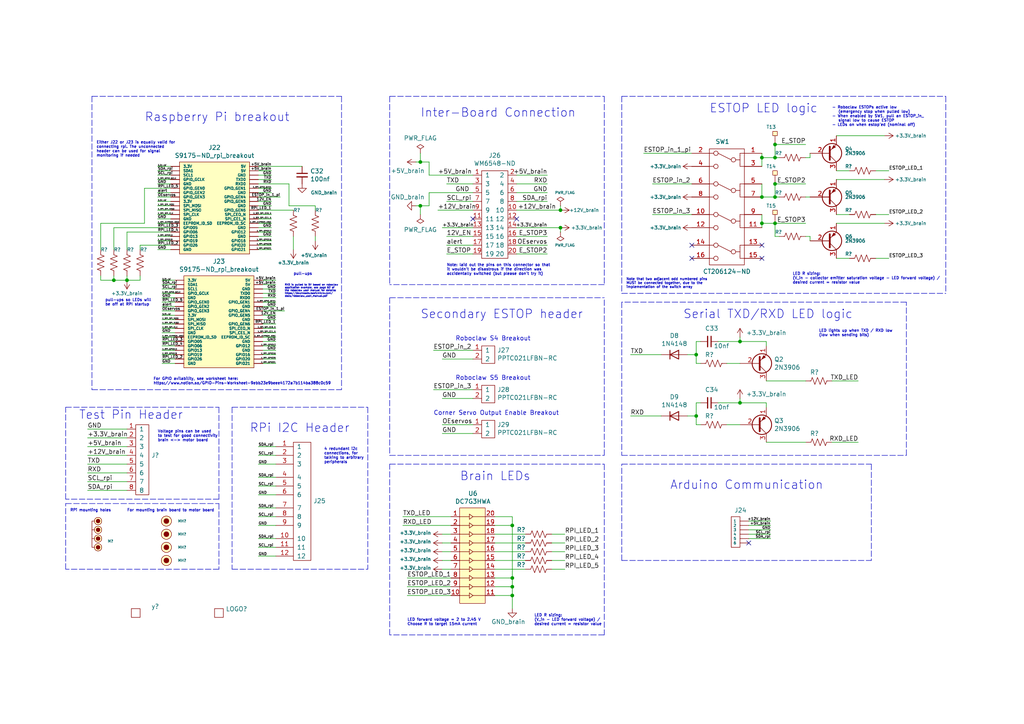
<source format=kicad_sch>
(kicad_sch (version 20211123) (generator eeschema)
  (paper "A4")
  (junction (at 36.83 81.28))
  (junction (at 214.63 99.06))
  (junction (at 121.92 59.69))
  (junction (at 224.79 64.77))
  (junction (at 121.92 46.99))
  (junction (at 220.98 64.77))
  (junction (at 162.56 66.04))
  (junction (at 224.79 53.34))
  (junction (at 220.98 57.15))
  (junction (at 214.63 116.84))
  (junction (at 201.93 102.87))
  (junction (at 148.59 167.64))
  (junction (at 224.79 57.15))
  (junction (at 220.98 45.72))
  (junction (at 201.93 120.65))
  (junction (at 148.59 170.18))
  (junction (at 148.59 152.4))
  (junction (at 224.79 41.91))
  (junction (at 33.02 81.28))
  (junction (at 148.59 172.72))
  (junction (at 224.79 45.72))
  (junction (at 162.56 60.96))
  (no_connect (at 149.86 63.5))
  (no_connect (at 220.98 74.93))
  (no_connect (at 200.66 74.93))
  (no_connect (at 217.17 157.48))
  (no_connect (at 220.98 71.12))
  (no_connect (at 200.66 71.12))
  (no_connect (at 137.16 63.5))
  (polyline (pts (xy 63.5 144.78) (xy 19.05 144.78)))
  (wire (pts (xy 45.72 48.26) (xy 49.53 48.26)))
  (wire (pts (xy 36.83 81.28) (xy 40.64 81.28)))
  (wire (pts (xy 80.01 140.97) (xy 74.93 140.97)))
  (wire (pts (xy 29.21 80.01) (xy 29.21 81.28)))
  (wire (pts (xy 254 74.93) (xy 257.81 74.93)))
  (wire (pts (xy 80.01 152.4) (xy 74.93 152.4)))
  (wire (pts (xy 124.46 46.99) (xy 124.46 50.8)))
  (polyline (pts (xy 63.5 146.05) (xy 63.5 165.1)))
  (polyline (pts (xy 113.03 184.15) (xy 113.03 134.62)))
  (wire (pts (xy 49.53 53.34) (xy 45.72 53.34)))
  (polyline (pts (xy 180.34 162.56) (xy 180.34 134.62)))
  (wire (pts (xy 33.02 80.01) (xy 33.02 81.28)))
  (wire (pts (xy 74.93 63.5) (xy 78.74 63.5)))
  (wire (pts (xy 191.77 120.65) (xy 182.88 120.65)))
  (wire (pts (xy 186.69 44.45) (xy 200.66 44.45)))
  (polyline (pts (xy 19.05 165.1) (xy 19.05 146.05)))
  (wire (pts (xy 74.93 69.85) (xy 78.74 69.85)))
  (wire (pts (xy 208.28 99.06) (xy 214.63 99.06)))
  (wire (pts (xy 80.01 147.32) (xy 74.93 147.32)))
  (wire (pts (xy 74.93 64.77) (xy 78.74 64.77)))
  (wire (pts (xy 210.82 123.19) (xy 214.63 123.19)))
  (wire (pts (xy 128.27 115.57) (xy 137.16 115.57)))
  (wire (pts (xy 40.64 71.12) (xy 49.53 71.12)))
  (wire (pts (xy 199.39 102.87) (xy 201.93 102.87)))
  (wire (pts (xy 201.93 102.87) (xy 201.93 105.41)))
  (wire (pts (xy 80.01 132.08) (xy 74.93 132.08)))
  (wire (pts (xy 46.99 93.98) (xy 50.8 93.98)))
  (polyline (pts (xy 113.03 134.62) (xy 175.26 134.62)))
  (wire (pts (xy 46.99 104.14) (xy 50.8 104.14)))
  (wire (pts (xy 149.86 55.88) (xy 158.75 55.88)))
  (wire (pts (xy 160.02 160.02) (xy 163.83 160.02)))
  (wire (pts (xy 45.72 68.58) (xy 49.53 68.58)))
  (wire (pts (xy 143.51 157.48) (xy 152.4 157.48)))
  (wire (pts (xy 222.25 99.06) (xy 222.25 100.33)))
  (wire (pts (xy 91.44 69.85) (xy 91.44 68.58)))
  (wire (pts (xy 124.46 59.69) (xy 121.92 59.69)))
  (polyline (pts (xy 180.34 27.94) (xy 180.34 85.09)))
  (polyline (pts (xy 274.32 27.94) (xy 274.32 85.09)))
  (wire (pts (xy 49.53 63.5) (xy 45.72 63.5)))
  (wire (pts (xy 254 49.53) (xy 257.81 49.53)))
  (wire (pts (xy 149.86 53.34) (xy 158.75 53.34)))
  (wire (pts (xy 25.4 134.62) (xy 36.83 134.62)))
  (polyline (pts (xy 99.06 27.94) (xy 99.06 113.03)))
  (wire (pts (xy 25.4 124.46) (xy 36.83 124.46)))
  (wire (pts (xy 149.86 71.12) (xy 158.75 71.12)))
  (wire (pts (xy 143.51 167.64) (xy 148.59 167.64)))
  (wire (pts (xy 128.27 123.19) (xy 137.16 123.19)))
  (wire (pts (xy 33.02 66.04) (xy 33.02 72.39)))
  (wire (pts (xy 40.64 81.28) (xy 40.64 80.01)))
  (wire (pts (xy 80.01 99.06) (xy 76.2 99.06)))
  (wire (pts (xy 200.66 53.34) (xy 189.23 53.34)))
  (wire (pts (xy 233.68 57.15) (xy 234.95 57.15)))
  (wire (pts (xy 242.57 64.77) (xy 256.54 64.77)))
  (wire (pts (xy 116.84 149.86) (xy 130.81 149.86)))
  (wire (pts (xy 149.86 73.66) (xy 158.75 73.66)))
  (wire (pts (xy 143.51 172.72) (xy 148.59 172.72)))
  (wire (pts (xy 74.93 67.31) (xy 78.74 67.31)))
  (wire (pts (xy 76.2 104.14) (xy 80.01 104.14)))
  (wire (pts (xy 220.98 57.15) (xy 224.79 57.15)))
  (wire (pts (xy 74.93 71.12) (xy 78.74 71.12)))
  (polyline (pts (xy 106.68 118.11) (xy 106.68 165.1)))
  (wire (pts (xy 128.27 162.56) (xy 130.81 162.56)))
  (wire (pts (xy 80.01 81.28) (xy 76.2 81.28)))
  (wire (pts (xy 49.53 50.8) (xy 45.72 50.8)))
  (wire (pts (xy 41.91 54.61) (xy 49.53 54.61)))
  (wire (pts (xy 76.2 90.17) (xy 82.55 90.17)))
  (wire (pts (xy 128.27 154.94) (xy 130.81 154.94)))
  (wire (pts (xy 224.79 53.34) (xy 233.68 53.34)))
  (wire (pts (xy 121.92 59.69) (xy 121.92 62.23)))
  (wire (pts (xy 224.79 68.58) (xy 226.06 68.58)))
  (wire (pts (xy 224.79 64.77) (xy 233.68 64.77)))
  (wire (pts (xy 124.46 46.99) (xy 121.92 46.99)))
  (polyline (pts (xy 175.26 82.55) (xy 113.03 82.55)))
  (wire (pts (xy 234.95 45.72) (xy 234.95 44.45)))
  (wire (pts (xy 80.01 158.75) (xy 74.93 158.75)))
  (wire (pts (xy 224.79 45.72) (xy 226.06 45.72)))
  (wire (pts (xy 149.86 50.8) (xy 158.75 50.8)))
  (wire (pts (xy 222.25 128.27) (xy 233.68 128.27)))
  (wire (pts (xy 25.4 137.16) (xy 36.83 137.16)))
  (wire (pts (xy 83.82 59.69) (xy 91.44 59.69)))
  (wire (pts (xy 130.81 172.72) (xy 118.11 172.72)))
  (wire (pts (xy 46.99 97.79) (xy 50.8 97.79)))
  (wire (pts (xy 74.93 53.34) (xy 83.82 53.34)))
  (wire (pts (xy 74.93 48.26) (xy 87.63 48.26)))
  (wire (pts (xy 148.59 149.86) (xy 148.59 152.4)))
  (wire (pts (xy 121.92 59.69) (xy 120.65 59.69)))
  (wire (pts (xy 46.99 100.33) (xy 50.8 100.33)))
  (wire (pts (xy 217.17 154.94) (xy 223.52 154.94)))
  (wire (pts (xy 46.99 95.25) (xy 50.8 95.25)))
  (wire (pts (xy 76.2 105.41) (xy 80.01 105.41)))
  (polyline (pts (xy 113.03 27.94) (xy 113.03 82.55)))
  (wire (pts (xy 29.21 64.77) (xy 29.21 72.39)))
  (wire (pts (xy 46.99 101.6) (xy 50.8 101.6)))
  (wire (pts (xy 201.93 120.65) (xy 201.93 116.84)))
  (wire (pts (xy 74.93 60.96) (xy 85.09 60.96)))
  (wire (pts (xy 220.98 45.72) (xy 220.98 44.45)))
  (wire (pts (xy 128.27 66.04) (xy 137.16 66.04)))
  (wire (pts (xy 76.2 96.52) (xy 80.01 96.52)))
  (wire (pts (xy 149.86 58.42) (xy 158.75 58.42)))
  (wire (pts (xy 50.8 86.36) (xy 46.99 86.36)))
  (wire (pts (xy 241.3 128.27) (xy 248.92 128.27)))
  (wire (pts (xy 149.86 60.96) (xy 162.56 60.96)))
  (wire (pts (xy 74.93 62.23) (xy 78.74 62.23)))
  (wire (pts (xy 80.01 101.6) (xy 76.2 101.6)))
  (wire (pts (xy 80.01 129.54) (xy 74.93 129.54)))
  (polyline (pts (xy 67.31 118.11) (xy 67.31 165.1)))
  (wire (pts (xy 130.81 152.4) (xy 116.84 152.4)))
  (wire (pts (xy 143.51 152.4) (xy 148.59 152.4)))
  (polyline (pts (xy 67.31 118.11) (xy 106.68 118.11)))
  (wire (pts (xy 148.59 170.18) (xy 148.59 172.72)))
  (wire (pts (xy 80.01 83.82) (xy 76.2 83.82)))
  (wire (pts (xy 217.17 152.4) (xy 223.52 152.4)))
  (wire (pts (xy 143.51 165.1) (xy 152.4 165.1)))
  (wire (pts (xy 41.91 64.77) (xy 29.21 64.77)))
  (wire (pts (xy 80.01 156.21) (xy 74.93 156.21)))
  (wire (pts (xy 78.74 49.53) (xy 74.93 49.53)))
  (wire (pts (xy 76.2 87.63) (xy 80.01 87.63)))
  (polyline (pts (xy 19.05 144.78) (xy 19.05 118.11)))
  (wire (pts (xy 143.51 154.94) (xy 152.4 154.94)))
  (wire (pts (xy 148.59 172.72) (xy 148.59 176.53)))
  (wire (pts (xy 224.79 41.91) (xy 224.79 45.72)))
  (wire (pts (xy 49.53 59.69) (xy 45.72 59.69)))
  (polyline (pts (xy 180.34 134.62) (xy 252.73 134.62)))
  (wire (pts (xy 74.93 57.15) (xy 81.28 57.15)))
  (polyline (pts (xy 262.89 87.63) (xy 180.34 87.63)))
  (wire (pts (xy 128.27 125.73) (xy 137.16 125.73)))
  (wire (pts (xy 242.57 74.93) (xy 246.38 74.93)))
  (wire (pts (xy 224.79 64.77) (xy 224.79 68.58)))
  (wire (pts (xy 46.99 99.06) (xy 50.8 99.06)))
  (wire (pts (xy 222.25 110.49) (xy 233.68 110.49)))
  (wire (pts (xy 80.01 149.86) (xy 74.93 149.86)))
  (wire (pts (xy 74.93 72.39) (xy 78.74 72.39)))
  (wire (pts (xy 214.63 116.84) (xy 214.63 115.57)))
  (polyline (pts (xy 180.34 85.09) (xy 274.32 85.09)))
  (wire (pts (xy 25.4 129.54) (xy 36.83 129.54)))
  (wire (pts (xy 220.98 64.77) (xy 224.79 64.77)))
  (polyline (pts (xy 175.26 184.15) (xy 113.03 184.15)))
  (wire (pts (xy 91.44 59.69) (xy 91.44 60.96)))
  (wire (pts (xy 143.51 170.18) (xy 148.59 170.18)))
  (wire (pts (xy 36.83 67.31) (xy 49.53 67.31)))
  (wire (pts (xy 76.2 93.98) (xy 80.01 93.98)))
  (wire (pts (xy 46.99 91.44) (xy 50.8 91.44)))
  (wire (pts (xy 224.79 57.15) (xy 226.06 57.15)))
  (wire (pts (xy 224.79 53.34) (xy 224.79 57.15)))
  (wire (pts (xy 45.72 58.42) (xy 49.53 58.42)))
  (wire (pts (xy 85.09 68.58) (xy 85.09 72.39)))
  (wire (pts (xy 200.66 62.23) (xy 189.23 62.23)))
  (wire (pts (xy 149.86 68.58) (xy 158.75 68.58)))
  (wire (pts (xy 49.53 60.96) (xy 45.72 60.96)))
  (polyline (pts (xy 113.03 132.08) (xy 175.26 132.08)))
  (wire (pts (xy 127 60.96) (xy 137.16 60.96)))
  (wire (pts (xy 45.72 69.85) (xy 49.53 69.85)))
  (wire (pts (xy 40.64 71.12) (xy 40.64 72.39)))
  (wire (pts (xy 50.8 85.09) (xy 46.99 85.09)))
  (wire (pts (xy 220.98 53.34) (xy 220.98 57.15)))
  (wire (pts (xy 25.4 132.08) (xy 36.83 132.08)))
  (wire (pts (xy 130.81 167.64) (xy 118.11 167.64)))
  (wire (pts (xy 199.39 120.65) (xy 201.93 120.65)))
  (polyline (pts (xy 175.26 27.94) (xy 175.26 82.55)))
  (polyline (pts (xy 63.5 165.1) (xy 19.05 165.1)))
  (wire (pts (xy 201.93 116.84) (xy 203.2 116.84)))
  (wire (pts (xy 160.02 154.94) (xy 163.83 154.94)))
  (wire (pts (xy 242.57 39.37) (xy 256.54 39.37)))
  (wire (pts (xy 33.02 66.04) (xy 49.53 66.04)))
  (polyline (pts (xy 19.05 146.05) (xy 63.5 146.05)))
  (wire (pts (xy 162.56 59.69) (xy 162.56 60.96)))
  (wire (pts (xy 76.2 102.87) (xy 80.01 102.87)))
  (wire (pts (xy 25.4 127) (xy 36.83 127)))
  (wire (pts (xy 160.02 162.56) (xy 163.83 162.56)))
  (wire (pts (xy 46.99 92.71) (xy 50.8 92.71)))
  (wire (pts (xy 49.53 52.07) (xy 45.72 52.07)))
  (wire (pts (xy 191.77 102.87) (xy 182.88 102.87)))
  (polyline (pts (xy 113.03 86.36) (xy 175.26 86.36)))
  (polyline (pts (xy 26.67 113.03) (xy 99.06 113.03)))
  (wire (pts (xy 241.3 110.49) (xy 248.92 110.49)))
  (wire (pts (xy 137.16 71.12) (xy 129.54 71.12)))
  (polyline (pts (xy 26.67 27.94) (xy 99.06 27.94)))
  (wire (pts (xy 78.74 55.88) (xy 74.93 55.88)))
  (wire (pts (xy 201.93 105.41) (xy 203.2 105.41)))
  (polyline (pts (xy 180.34 162.56) (xy 252.73 162.56)))
  (wire (pts (xy 148.59 167.64) (xy 148.59 170.18)))
  (wire (pts (xy 80.01 82.55) (xy 76.2 82.55)))
  (wire (pts (xy 49.53 72.39) (xy 45.72 72.39)))
  (wire (pts (xy 217.17 151.13) (xy 223.52 151.13)))
  (wire (pts (xy 214.63 116.84) (xy 222.25 116.84)))
  (wire (pts (xy 130.81 170.18) (xy 118.11 170.18)))
  (wire (pts (xy 80.01 138.43) (xy 74.93 138.43)))
  (wire (pts (xy 78.74 68.58) (xy 74.93 68.58)))
  (wire (pts (xy 83.82 53.34) (xy 83.82 59.69)))
  (wire (pts (xy 45.72 64.77) (xy 49.53 64.77)))
  (wire (pts (xy 125.73 101.6) (xy 137.16 101.6)))
  (wire (pts (xy 242.57 52.07) (xy 256.54 52.07)))
  (wire (pts (xy 80.01 88.9) (xy 76.2 88.9)))
  (wire (pts (xy 149.86 66.04) (xy 162.56 66.04)))
  (wire (pts (xy 46.99 87.63) (xy 50.8 87.63)))
  (wire (pts (xy 41.91 54.61) (xy 41.91 64.77)))
  (wire (pts (xy 201.93 120.65) (xy 201.93 123.19)))
  (wire (pts (xy 214.63 99.06) (xy 222.25 99.06)))
  (wire (pts (xy 78.74 50.8) (xy 74.93 50.8)))
  (wire (pts (xy 143.51 149.86) (xy 148.59 149.86)))
  (wire (pts (xy 50.8 96.52) (xy 46.99 96.52)))
  (wire (pts (xy 74.93 58.42) (xy 78.74 58.42)))
  (wire (pts (xy 50.8 82.55) (xy 46.99 82.55)))
  (wire (pts (xy 78.74 52.07) (xy 74.93 52.07)))
  (wire (pts (xy 129.54 53.34) (xy 137.16 53.34)))
  (wire (pts (xy 45.72 62.23) (xy 49.53 62.23)))
  (wire (pts (xy 129.54 73.66) (xy 137.16 73.66)))
  (wire (pts (xy 128.27 104.14) (xy 137.16 104.14)))
  (wire (pts (xy 137.16 58.42) (xy 129.54 58.42)))
  (polyline (pts (xy 180.34 132.08) (xy 262.89 132.08)))
  (wire (pts (xy 46.99 102.87) (xy 50.8 102.87)))
  (wire (pts (xy 201.93 102.87) (xy 201.93 99.06)))
  (wire (pts (xy 242.57 62.23) (xy 246.38 62.23)))
  (wire (pts (xy 80.01 134.62) (xy 74.93 134.62)))
  (wire (pts (xy 233.68 68.58) (xy 234.95 68.58)))
  (wire (pts (xy 137.16 68.58) (xy 129.54 68.58)))
  (wire (pts (xy 121.92 46.99) (xy 120.65 46.99)))
  (wire (pts (xy 201.93 123.19) (xy 203.2 123.19)))
  (wire (pts (xy 76.2 91.44) (xy 80.01 91.44)))
  (wire (pts (xy 74.93 54.61) (xy 78.74 54.61)))
  (wire (pts (xy 128.27 157.48) (xy 130.81 157.48)))
  (wire (pts (xy 208.28 116.84) (xy 214.63 116.84)))
  (polyline (pts (xy 113.03 86.36) (xy 113.03 132.08)))
  (polyline (pts (xy 175.26 132.08) (xy 175.26 86.36)))
  (wire (pts (xy 124.46 55.88) (xy 124.46 59.69)))
  (wire (pts (xy 49.53 57.15) (xy 45.72 57.15)))
  (wire (pts (xy 50.8 83.82) (xy 46.99 83.82)))
  (wire (pts (xy 220.98 62.23) (xy 220.98 64.77)))
  (wire (pts (xy 224.79 41.91) (xy 233.68 41.91)))
  (wire (pts (xy 222.25 116.84) (xy 222.25 118.11)))
  (wire (pts (xy 36.83 80.01) (xy 36.83 81.28)))
  (wire (pts (xy 217.17 156.21) (xy 223.52 156.21)))
  (wire (pts (xy 160.02 157.48) (xy 163.83 157.48)))
  (polyline (pts (xy 26.67 27.94) (xy 26.67 113.03)))
  (wire (pts (xy 217.17 153.67) (xy 223.52 153.67)))
  (polyline (pts (xy 67.31 165.1) (xy 106.68 165.1)))
  (wire (pts (xy 201.93 99.06) (xy 203.2 99.06)))
  (wire (pts (xy 234.95 68.58) (xy 234.95 69.85)))
  (wire (pts (xy 25.4 142.24) (xy 36.83 142.24)))
  (wire (pts (xy 210.82 105.41) (xy 214.63 105.41)))
  (wire (pts (xy 160.02 165.1) (xy 163.83 165.1)))
  (wire (pts (xy 124.46 50.8) (xy 137.16 50.8)))
  (polyline (pts (xy 180.34 87.63) (xy 180.34 132.08)))
  (wire (pts (xy 254 62.23) (xy 257.81 62.23)))
  (polyline (pts (xy 262.89 132.08) (xy 262.89 87.63)))
  (wire (pts (xy 242.57 49.53) (xy 246.38 49.53)))
  (polyline (pts (xy 63.5 118.11) (xy 63.5 144.78)))
  (wire (pts (xy 80.01 86.36) (xy 76.2 86.36)))
  (wire (pts (xy 78.74 59.69) (xy 74.93 59.69)))
  (wire (pts (xy 220.98 48.26) (xy 220.98 45.72)))
  (wire (pts (xy 29.21 81.28) (xy 33.02 81.28)))
  (wire (pts (xy 49.53 49.53) (xy 45.72 49.53)))
  (wire (pts (xy 220.98 45.72) (xy 224.79 45.72)))
  (wire (pts (xy 78.74 66.04) (xy 74.93 66.04)))
  (wire (pts (xy 143.51 162.56) (xy 152.4 162.56)))
  (polyline (pts (xy 113.03 27.94) (xy 175.26 27.94)))
  (wire (pts (xy 125.73 113.03) (xy 137.16 113.03)))
  (wire (pts (xy 50.8 105.41) (xy 46.99 105.41)))
  (polyline (pts (xy 175.26 134.62) (xy 175.26 184.15)))
  (wire (pts (xy 128.27 160.02) (xy 130.81 160.02)))
  (wire (pts (xy 76.2 95.25) (xy 80.01 95.25)))
  (wire (pts (xy 220.98 64.77) (xy 220.98 66.04)))
  (wire (pts (xy 162.56 66.04) (xy 162.56 67.31)))
  (wire (pts (xy 143.51 160.02) (xy 152.4 160.02)))
  (wire (pts (xy 214.63 99.06) (xy 214.63 97.79)))
  (wire (pts (xy 46.99 88.9) (xy 50.8 88.9)))
  (wire (pts (xy 80.01 85.09) (xy 76.2 85.09)))
  (wire (pts (xy 76.2 97.79) (xy 80.01 97.79)))
  (wire (pts (xy 80.01 161.29) (xy 74.93 161.29)))
  (polyline (pts (xy 19.05 118.11) (xy 63.5 118.11)))
  (wire (pts (xy 128.27 165.1) (xy 130.81 165.1)))
  (wire (pts (xy 121.92 46.99) (xy 121.92 44.45)))
  (polyline (pts (xy 180.34 27.94) (xy 274.32 27.94)))
  (wire (pts (xy 46.99 90.17) (xy 50.8 90.17)))
  (wire (pts (xy 76.2 100.33) (xy 80.01 100.33)))
  (wire (pts (xy 148.59 152.4) (xy 148.59 167.64)))
  (wire (pts (xy 80.01 143.51) (xy 74.93 143.51)))
  (wire (pts (xy 124.46 55.88) (xy 137.16 55.88)))
  (wire (pts (xy 33.02 81.28) (xy 36.83 81.28)))
  (polyline (pts (xy 252.73 134.62) (xy 252.73 162.56)))
  (wire (pts (xy 25.4 139.7) (xy 36.83 139.7)))
  (wire (pts (xy 36.83 67.31) (xy 36.83 72.39)))
  (wire (pts (xy 80.01 92.71) (xy 76.2 92.71)))
  (wire (pts (xy 46.99 81.28) (xy 50.8 81.28)))
  (wire (pts (xy 49.53 55.88) (xy 45.72 55.88)))
  (wire (pts (xy 233.68 45.72) (xy 234.95 45.72)))
  (text "LED R sizing: \n(V_in - LED forward voltage) / \ndesired current = resistor value" (at 154.94 181.61 0) (effects (font (size 0.7874 0.7874)) (justify left bottom)))
  (text "RPi I2C Header" (at 72.39 125.73 0) (effects (font (size 2.4892 2.4892)) (justify left bottom)))
  (text "4 redundant i2c \nconnections, for \ntalking to arbitrary \nperipherals" (at 93.98 134.62 0) (effects (font (size 0.7874 0.7874)) (justify left bottom)))
  (text "For GPIO avilability, see worksheet here: \nhttps://www.notion.so/GPIO-Pins-Worksheet-9ebb23e9beee4172a7b114ba388c0c59" (at 44.45 111.76 0) (effects (font (size 0.7874 0.7874)) (justify left bottom)))
  (text "RXD is pulled to 5V based on roboclaw \napplication example, see page 62 of \nthe roboclaw user manual for details: \nhttps://downloads.basicmicro.com/\ndocs/roboclaw_user_manual.pdf " (at 82.55 86.36 0) (effects (font (size 0.508 0.508)) (justify left bottom)))
  (text "Voltage pins can be used \nto test for good connectivity \nbrain <-> motor board" (at 45.72 128.27 0) (effects (font (size 0.7874 0.7874)) (justify left bottom)))
  (text "Test Pin Header" (at 22.86 121.92 0) (effects (font (size 2.4892 2.4892)) (justify left bottom)))
  (text "Brain LEDs" (at 133.35 139.7 0) (effects (font (size 2.4892 2.4892)) (justify left bottom)))
  (text "Roboclaw S5 Breakout" (at 132.08 110.49 0) (effects (font (size 1.27 1.27)) (justify left bottom)))
  (text "LED forward voltage = 2 to 2.45 V\nChoose R to target 15mA current" (at 118.11 181.61 0) (effects (font (size 0.7874 0.7874)) (justify left bottom)))
  (text "\n" (at 58.42 165.1 0) (effects (font (size 1.27 1.27)) (justify left bottom)))
  (text "- Roboclaw ESTOPs active low \n   (emergency stop when pulled low)\n- When enabled by SW1, pull an ESTOP_in_ \n   signal low to cause ESTOP\n- LEDs on when estop’ed (nominal off)" (at 241.3 36.83 0) (effects (font (size 0.7874 0.7874)) (justify left bottom)))
  (text "Corner Servo Output Enable Breakout" (at 125.73 120.65 0) (effects (font (size 1.27 1.27)) (justify left bottom)))
  (text "pull-ups" (at 85.09 80.01 0) (effects (font (size 0.7874 0.7874)) (justify left bottom)))
  (text "ESTOP LED logic" (at 205.74 33.02 0) (effects (font (size 2.4892 2.4892)) (justify left bottom)))
  (text "Note that two adjacent odd numbered pins \nMUST be connected together, due to the \nimplementation of the switch array" (at 181.61 83.82 0) (effects (font (size 0.7112 0.7112)) (justify left bottom)))
  (text "Arduino Communication" (at 194.31 142.24 0) (effects (font (size 2.4892 2.4892)) (justify left bottom)))
  (text "Inter-Board Connection" (at 121.92 34.29 0) (effects (font (size 2.4892 2.4892)) (justify left bottom)))
  (text "Roboclaw S4 Breakout" (at 132.08 99.06 0) (effects (font (size 1.27 1.27)) (justify left bottom)))
  (text "Serial TXD/RXD LED logic" (at 198.12 92.71 0) (effects (font (size 2.4892 2.4892)) (justify left bottom)))
  (text "Secondary ESTOP header" (at 121.92 92.71 0) (effects (font (size 2.4892 2.4892)) (justify left bottom)))
  (text "LED R sizing: \n(V_in - collector emitter saturation voltage - LED forward voltage) / \ndesired current = resistor value" (at 229.87 82.55 0) (effects (font (size 0.7874 0.7874)) (justify left bottom)))
  (text "Raspberry Pi breakout" (at 41.91 35.56 0) (effects (font (size 2.4892 2.4892)) (justify left bottom)))
  (text "pull-ups so LEDs will \nbe off at RPI startup" (at 30.48 88.9 0) (effects (font (size 0.7874 0.7874)) (justify left bottom)))
  (text "Either J22 or J23 is equally valid for \nconnecting rpi. The unconnected \nheader can be used for signal \nmonitoring if needed" (at 27.94 45.72 0) (effects (font (size 0.7874 0.7874)) (justify left bottom)))
  (text "For mounting brain board to motor board" (at 36.83 148.59 0) (effects (font (size 0.7874 0.7874)) (justify left bottom)))
  (text "RPi mounting holes" (at 20.32 148.59 0) (effects (font (size 0.7874 0.7874)) (justify left bottom)))
  (text "Note: laid out the pins on this connector so that \nit wouldn’t be disastrous if the direction was \naccidentally switched (but please don’t try it)" (at 129.54 80.01 0) (effects (font (size 0.7874 0.7874)) (justify left bottom)))
  (text "LED lights up when TXD / RXD low \n(low when sending bits)" (at 237.49 97.79 0) (effects (font (size 0.7874 0.7874)) (justify left bottom)))
  (label "RXD" (at 78.74 53.34 180) (effects (font (size 0.762 0.762))))
  (label "RPI_LED_5" (at 46.99 87.63 0) (effects (font (size 0.762 0.762))))
  (label "SCL_rpi" (at 74.93 140.97 0) (effects (font (size 0.762 0.762))))
  (label "+5V_brain" (at 78.74 48.26 180) (effects (font (size 0.762 0.762))))
  (label "GND" (at 78.74 59.69 180) (effects (font (size 0.762 0.762))))
  (label "RXD" (at 182.88 120.65 0))
  (label "X_RPI_EEPROM_IDSC" (at 78.74 64.77 180) (effects (font (size 0.4064 0.4064))))
  (label "X_RPI_GPIO_GCLK" (at 45.72 52.07 0) (effects (font (size 0.4064 0.4064))))
  (label "TXD" (at 25.4 134.62 0))
  (label "GND" (at 25.4 124.46 0))
  (label "SCL_rpi" (at 46.99 83.82 0) (effects (font (size 0.762 0.762))))
  (label "ESTOP_in_3" (at 189.23 62.23 0))
  (label "TXD" (at 182.88 102.87 0))
  (label "GND" (at 46.99 86.36 0) (effects (font (size 0.762 0.762))))
  (label "RPI_LED_1" (at 163.83 154.94 0))
  (label "RPI_LED_4" (at 163.83 162.56 0))
  (label "ESTOP_LED_1" (at 118.11 167.64 0))
  (label "alert" (at 129.54 71.12 0))
  (label "12V_EN" (at 80.01 91.44 180) (effects (font (size 0.762 0.762))))
  (label "RPI_LED_5" (at 45.72 54.61 0) (effects (font (size 0.762 0.762))))
  (label "GND" (at 78.74 66.04 180) (effects (font (size 0.762 0.762))))
  (label "+3.3V_brain" (at 158.75 66.04 180) (effects (font (size 0.9906 0.9906))))
  (label "ESTOP_in_2" (at 189.23 53.34 0))
  (label "GND" (at 128.27 125.73 0))
  (label "RPI_LED_2" (at 45.72 71.12 0) (effects (font (size 0.762 0.762))))
  (label "SDA_rpi" (at 74.93 129.54 0) (effects (font (size 0.762 0.762))))
  (label "3.3V_rpi" (at 45.72 58.42 0) (effects (font (size 0.4064 0.4064))))
  (label "X_RPI_SPI_CE0_N" (at 80.01 95.25 180) (effects (font (size 0.4064 0.4064))))
  (label "GND" (at 45.72 63.5 0) (effects (font (size 0.762 0.762))))
  (label "ESTOP_in_1_pi" (at 81.28 57.15 180) (effects (font (size 0.762 0.762))))
  (label "X_RPI_EEPROM_IDSD" (at 45.72 64.77 0) (effects (font (size 0.4064 0.4064))))
  (label "X_RPI_GPIO16" (at 80.01 102.87 180) (effects (font (size 0.4064 0.4064))))
  (label "+12V_brain" (at 223.52 151.13 180) (effects (font (size 0.762 0.762))))
  (label "GND" (at 74.93 161.29 0) (effects (font (size 0.762 0.762))))
  (label "TXD" (at 129.54 53.34 0))
  (label "TXD" (at 80.01 85.09 180) (effects (font (size 0.762 0.762))))
  (label "X_RPI_GPIO20" (at 78.74 71.12 180) (effects (font (size 0.4064 0.4064))))
  (label "X_RPI_GPIO21" (at 80.01 105.41 180) (effects (font (size 0.4064 0.4064))))
  (label "GND" (at 46.99 96.52 0) (effects (font (size 0.762 0.762))))
  (label "OEservos" (at 45.72 57.15 0) (effects (font (size 0.762 0.762))))
  (label "X_RPI_GPIO19" (at 45.72 69.85 0) (effects (font (size 0.4064 0.4064))))
  (label "GND" (at 80.01 92.71 180) (effects (font (size 0.762 0.762))))
  (label "GND" (at 128.27 115.57 0))
  (label "SCL_rpi" (at 223.52 154.94 180) (effects (font (size 0.762 0.762))))
  (label "GND" (at 78.74 68.58 180) (effects (font (size 0.762 0.762))))
  (label "X_RPI_SPI_CLK" (at 46.99 95.25 0) (effects (font (size 0.4064 0.4064))))
  (label "SDA_rpi" (at 74.93 138.43 0) (effects (font (size 0.762 0.762))))
  (label "X_RPI_SPI_CLK" (at 45.72 62.23 0) (effects (font (size 0.4064 0.4064))))
  (label "3.3V_rpi" (at 45.72 48.26 0) (effects (font (size 0.4064 0.4064))))
  (label "SDA_rpi" (at 74.93 156.21 0) (effects (font (size 0.762 0.762))))
  (label "X_RPI_EEPROM_IDSC" (at 80.01 97.79 180) (effects (font (size 0.4064 0.4064))))
  (label "X_RPI_GPIO_GEN1" (at 80.01 87.63 180) (effects (font (size 0.4064 0.4064))))
  (label "OEservos" (at 46.99 90.17 0) (effects (font (size 0.762 0.762))))
  (label "+12V_brain" (at 25.4 132.08 0))
  (label "E_STOP" (at 129.54 73.66 0))
  (label "X_RPI_SPI_CE1_N" (at 80.01 96.52 180) (effects (font (size 0.4064 0.4064))))
  (label "RPI_LED_3" (at 163.83 160.02 0))
  (label "SDA_rpi" (at 158.75 58.42 180))
  (label "alert" (at 46.99 88.9 0) (effects (font (size 0.762 0.762))))
  (label "E_STOP3" (at 158.75 68.58 180))
  (label "RPI_LED_1" (at 80.01 93.98 180) (effects (font (size 0.762 0.762))))
  (label "ESTOP_LED_3" (at 118.11 172.72 0))
  (label "GND" (at 132.08 55.88 0))
  (label "SCL_rpi" (at 25.4 139.7 0))
  (label "X_RPI_SPI_MISO" (at 46.99 93.98 0) (effects (font (size 0.4064 0.4064))))
  (label "ESTOP_in_3" (at 125.73 113.03 0))
  (label "RPI_LED_1" (at 78.74 60.96 180) (effects (font (size 0.762 0.762))))
  (label "RPI_LED_3" (at 46.99 99.06 0) (effects (font (size 0.762 0.762))))
  (label "ESTOP_LED_3" (at 257.81 74.93 0) (effects (font (size 0.9906 0.9906))))
  (label "RPI_LED_5" (at 163.83 165.1 0))
  (label "+3.3V_brain" (at 128.27 66.04 0) (effects (font (size 0.9906 0.9906))))
  (label "E_STOP3" (at 233.68 64.77 180))
  (label "RPI_LED_4" (at 45.72 67.31 0) (effects (font (size 0.762 0.762))))
  (label "X_RPI_SPI_CE1_N" (at 78.74 63.5 180) (effects (font (size 0.4064 0.4064))))
  (label "GND" (at 80.01 101.6 180) (effects (font (size 0.762 0.762))))
  (label "GND" (at 80.01 83.82 180) (effects (font (size 0.762 0.762))))
  (label "SCL_rpi" (at 74.93 158.75 0) (effects (font (size 0.762 0.762))))
  (label "X_RPI_GPIO_GCLK" (at 46.99 85.09 0) (effects (font (size 0.4064 0.4064))))
  (label "SDA_rpi" (at 74.93 147.32 0) (effects (font (size 0.762 0.762))))
  (label "SDA_rpi" (at 25.4 142.24 0))
  (label "SCL_rpi" (at 45.72 50.8 0) (effects (font (size 0.762 0.762))))
  (label "GND" (at 45.72 53.34 0) (effects (font (size 0.762 0.762))))
  (label "+12V_brain" (at 161.29 60.96 180))
  (label "GND" (at 78.74 55.88 180) (effects (font (size 0.762 0.762))))
  (label "X_RPI_SPI_CE0_N" (at 78.74 62.23 180) (effects (font (size 0.4064 0.4064))))
  (label "E_STOP2" (at 233.68 53.34 180))
  (label "RXD" (at 80.01 86.36 180) (effects (font (size 0.762 0.762))))
  (label "+5V_brain" (at 223.52 152.4 180) (effects (font (size 0.762 0.762))))
  (label "+5V_brain" (at 127 50.8 0))
  (label "RPI_LED_4" (at 46.99 100.33 0) (effects (font (size 0.762 0.762))))
  (label "ESTOP_in_1_pi" (at 82.55 90.17 180) (effects (font (size 0.762 0.762))))
  (label "X_RPI_GPIO16" (at 78.74 69.85 180) (effects (font (size 0.4064 0.4064))))
  (label "ESTOP_in_1_pi" (at 186.69 44.45 0))
  (label "E_STOP" (at 233.68 41.91 180))
  (label "RPI_LED_2" (at 163.83 157.48 0))
  (label "X_RPI_GPIO20" (at 80.01 104.14 180) (effects (font (size 0.4064 0.4064))))
  (label "12V_EN" (at 129.54 68.58 0))
  (label "GND" (at 74.93 134.62 0) (effects (font (size 0.762 0.762))))
  (label "GND" (at 78.74 50.8 180) (effects (font (size 0.762 0.762))))
  (label "GND" (at 80.01 88.9 180) (effects (font (size 0.762 0.762))))
  (label "RXD_LED" (at 116.84 152.4 0))
  (label "12V_EN" (at 78.74 58.42 180) (effects (font (size 0.762 0.762))))
  (label "SCL_rpi" (at 74.93 132.08 0) (effects (font (size 0.762 0.762))))
  (label "+5V_brain" (at 78.74 49.53 180) (effects (font (size 0.762 0.762))))
  (label "ESTOP_LED_1" (at 257.81 49.53 0) (effects (font (size 0.9906 0.9906))))
  (label "X_RPI_SPI_MOSI" (at 46.99 92.71 0) (effects (font (size 0.4064 0.4064))))
  (label "X_RPI_GPIO12" (at 78.74 67.31 180) (effects (font (size 0.4064 0.4064))))
  (label "TXD" (at 78.74 52.07 180) (effects (font (size 0.762 0.762))))
  (label "X_RPI_EEPROM_IDSD" (at 46.99 97.79 0) (effects (font (size 0.4064 0.4064))))
  (label "+5V_brain" (at 80.01 82.55 180) (effects (font (size 0.762 0.762))))
  (label "OEservos" (at 158.75 71.12 180))
  (label "SCL_rpi" (at 129.54 58.42 0))
  (label "X_RPI_GPIO12" (at 80.01 100.33 180) (effects (font (size 0.4064 0.4064))))
  (label "X_RPI_GPIO21" (at 78.74 72.39 180) (effects (font (size 0.4064 0.4064))))
  (label "GND" (at 128.27 104.14 0))
  (label "+3.3V_brain" (at 25.4 127 0))
  (label "X_RPI_GPIO19" (at 46.99 102.87 0) (effects (font (size 0.4064 0.4064))))
  (label "RPI_LED_2" (at 46.99 104.14 0) (effects (font (size 0.762 0.762))))
  (label "RPI_LED_3" (at 45.72 66.04 0) (effects (font (size 0.762 0.762))))
  (label "ESTOP_LED_2" (at 257.81 62.23 0) (effects (font (size 0.9906 0.9906))))
  (label "GND" (at 80.01 99.06 180) (effects (font (size 0.762 0.762))))
  (label "+5V_brain" (at 25.4 129.54 0))
  (label "X_RPI_GPIO_GEN1" (at 78.74 54.61 180) (effects (font (size 0.4064 0.4064))))
  (label "ESTOP_LED_2" (at 118.11 170.18 0))
  (label "SDA_rpi" (at 223.52 156.21 180) (effects (font (size 0.762 0.762))))
  (label "RXD" (at 25.4 137.16 0))
  (label "TXD_LED" (at 116.84 149.86 0))
  (label "GND" (at 158.75 55.88 180))
  (label "ESTOP_in_2" (at 125.73 101.6 0))
  (label "GND" (at 74.93 152.4 0) (effects (font (size 0.762 0.762))))
  (label "GND" (at 45.72 72.39 0) (effects (font (size 0.762 0.762))))
  (label "GND" (at 223.52 153.67 180) (effects (font (size 0.762 0.762))))
  (label "X_RPI_GPIO13" (at 45.72 68.58 0) (effects (font (size 0.4064 0.4064))))
  (label "TXD_LED" (at 248.92 110.49 180))
  (label "3.3V_rpi" (at 46.99 91.44 0) (effects (font (size 0.4064 0.4064))))
  (label "SCL_rpi" (at 74.93 149.86 0) (effects (font (size 0.762 0.762))))
  (label "+5V_brain" (at 158.75 50.8 180))
  (label "+12V_brain" (at 127 60.96 0))
  (label "GND" (at 74.93 143.51 0) (effects (font (size 0.762 0.762))))
  (label "X_RPI_SPI_MOSI" (at 45.72 59.69 0) (effects (font (size 0.4064 0.4064))))
  (label "OEservos" (at 128.27 123.19 0))
  (label "X_RPI_GPIO13" (at 46.99 101.6 0) (effects (font (size 0.4064 0.4064))))
  (label "GND" (at 46.99 105.41 0) (effects (font (size 0.762 0.762))))
  (label "+5V_brain" (at 80.01 81.28 180) (effects (font (size 0.762 0.762))))
  (label "3.3V_rpi" (at 46.99 81.28 0) (effects (font (size 0.4064 0.4064))))
  (label "SDA_rpi" (at 45.72 49.53 0) (effects (font (size 0.762 0.762))))
  (label "RXD_LED" (at 248.92 128.27 180))
  (label "RXD" (at 158.75 53.34 180))
  (label "alert" (at 45.72 55.88 0) (effects (font (size 0.762 0.762))))
  (label "X_RPI_SPI_MISO" (at 45.72 60.96 0) (effects (font (size 0.4064 0.4064))))
  (label "E_STOP2" (at 158.75 73.66 180))
  (label "SDA_rpi" (at 46.99 82.55 0) (effects (font (size 0.762 0.762))))
  (symbol (lib_id "JPL_Robotics_Lib:PPTC021LFBN-RC") (at 143.51 97.79 0) (unit 1)
    (property "Reference" "J27" (at 144.2212 101.5746 0) (effects (justify left)))
    (property "Value" "PPTC021LFBN-RC" (at 144.2212 103.886 0) (effects (justify left)))
    (property "Footprint" "JPL Robotics:PPTC021LFBN-RC" (effects hide))
  )
  (symbol (lib_id "JPL_Robotics_Lib:S9175-ND_rpi_breakout") (at 48.26 109.22 0) (unit 1)
    (property "Reference" "J23" (at 63.5 75.819 0))
    (property "Value" "S9175-ND_rpi_breakout" (at 63.5 78.1304 0))
    (property "Footprint" "JPL Robotics:S9175-ND" (effects hide))
  )
  (symbol (lib_id "JPL_Robotics_Lib:6posheader") (at 212.09 158.75 0) (unit 1)
    (property "Reference" "J24" (at 214.7824 148.0058 0))
    (property "Value" "6posheader" (effects hide))
    (property "Footprint" "JPL Robotics:455-1708-ND" (effects hide))
  )
  (symbol (lib_id "JPL_Robotics_Lib:S9175-ND_rpi_breakout") (at 46.99 76.2 0) (unit 1)
    (property "Reference" "J22" (at 62.23 42.799 0))
    (property "Value" "S9175-ND_rpi_breakout" (at 62.23 45.1104 0))
    (property "Footprint" "JPL Robotics:S9175-ND" (effects hide))
  )
  (symbol (lib_id "JPL_Robotics_Lib:PPTC021LFBN-RC") (at 143.51 109.22 0) (unit 1)
    (property "Reference" "J28" (at 144.2212 113.0046 0) (effects (justify left)))
    (property "Value" "PPTC021LFBN-RC" (at 144.2212 115.316 0) (effects (justify left)))
    (property "Footprint" "JPL Robotics:PPTC021LFBN-RC" (effects hide))
  )
  (symbol (lib_id "JPL_Robotics_Lib:PEC10DAAN") (at 143.51 46.99 0) (unit 1)
    (property "Reference" "J26" (at 143.51 45.085 0))
    (property "Value" "WM6548-ND" (at 143.51 47.3964 0))
    (property "Footprint" "JPL Robotics:WM6548-ND" (effects hide))
  )
  (symbol (lib_id "JPL_Robotics_Lib:PPTC021LFBN-RC") (at 143.51 119.38 0) (unit 1)
    (property "Reference" "J29" (at 144.2212 123.1646 0) (effects (justify left)))
    (property "Value" "PPTC021LFBN-RC" (at 144.2212 125.476 0) (effects (justify left)))
    (property "Footprint" "JPL Robotics:PPTC021LFBN-RC" (effects hide))
  )
  (symbol (lib_id "Device:C_Small") (at 205.74 99.06 270) (unit 1)
    (property "Reference" "C33" (at 204.47 95.25 90) (effects (justify left)))
    (property "Value" "10nf" (at 207.01 100.33 90) (effects (justify left)))
    (property "Footprint" "Resistor_THT:R_Axial_DIN0207_L6.3mm_D2.5mm_P7.62mm_Horizontal" (effects hide))
  )
  (symbol (lib_id "Transistor_BJT:2N3906") (at 219.71 105.41 0) (mirror x) (unit 1)
    (property "Reference" "Q2" (at 224.536 104.2416 0) (effects (justify left)))
    (property "Value" "2N3906" (at 224.536 106.553 0) (effects (justify left)))
    (property "Footprint" "Package_TO_SOT_THT:TO-92_Inline_Wide" (effects hide))
    (property "Datasheet" "https://www.onsemi.com/pub/Collateral/2N3906-D.PDF" (effects hide))
  )
  (symbol (lib_id "Diode:1N4148") (at 195.58 102.87 0) (unit 1)
    (property "Reference" "D8" (at 195.58 97.3582 0))
    (property "Value" "1N4148" (at 195.58 99.6696 0))
    (property "Footprint" "Diode_THT:D_DO-35_SOD27_P7.62mm_Horizontal" (effects hide))
    (property "Datasheet" "https://assets.nexperia.com/documents/data-sheet/1N4148_1N4448.pdf" (effects hide))
  )
  (symbol (lib_id "JPL_Robotics_Lib:+3.3V_brain") (at 214.63 97.79 0) (unit 1)
    (property "Reference" "#PWR072" (effects hide))
    (property "Value" "+3.3V_brain" (at 222.25 96.52 0))
  )
  (symbol (lib_id "Device:C_Small") (at 205.74 116.84 270) (unit 1)
    (property "Reference" "C34" (at 204.47 113.03 90) (effects (justify left)))
    (property "Value" "10nf" (at 207.01 118.11 90) (effects (justify left)))
    (property "Footprint" "Resistor_THT:R_Axial_DIN0207_L6.3mm_D2.5mm_P7.62mm_Horizontal" (effects hide))
  )
  (symbol (lib_id "Transistor_BJT:2N3906") (at 219.71 123.19 0) (mirror x) (unit 1)
    (property "Reference" "Q3" (at 224.536 122.0216 0) (effects (justify left)))
    (property "Value" "2N3906" (at 224.536 124.333 0) (effects (justify left)))
    (property "Footprint" "Package_TO_SOT_THT:TO-92_Inline_Wide" (effects hide))
    (property "Datasheet" "https://www.onsemi.com/pub/Collateral/2N3906-D.PDF" (effects hide))
  )
  (symbol (lib_id "Diode:1N4148") (at 195.58 120.65 0) (unit 1)
    (property "Reference" "D9" (at 195.58 115.1382 0))
    (property "Value" "1N4148" (at 195.58 117.4496 0))
    (property "Footprint" "Diode_THT:D_DO-35_SOD27_P7.62mm_Horizontal" (effects hide))
    (property "Datasheet" "https://assets.nexperia.com/documents/data-sheet/1N4148_1N4448.pdf" (effects hide))
  )
  (symbol (lib_id "JPL_Robotics_Lib:+3.3V_brain") (at 214.63 115.57 0) (unit 1)
    (property "Reference" "#PWR073" (effects hide))
    (property "Value" "+3.3V_brain" (at 222.25 114.3 0))
  )
  (symbol (lib_id "Device:R_US") (at 250.19 49.53 270) (unit 1)
    (property "Reference" "R?" (at 245.11 48.26 90) (effects (font (size 0.9906 0.9906)) (justify left)))
  )
  (symbol (lib_id "Device:R_US") (at 207.01 105.41 270) (unit 1)
    (property "Reference" "R?" (at 204.47 102.87 90) (effects (justify left)))
  )
  (symbol (lib_id "Device:R_US") (at 207.01 123.19 270) (unit 1)
    (property "Reference" "R?" (at 204.47 120.65 90) (effects (justify left)))
  )
  (symbol (lib_id "Device:C_Small") (at 87.63 50.8 0) (unit 1)
    (property "Reference" "C32" (at 89.9668 49.6316 0) (effects (justify left)))
    (property "Value" "100nf" (at 89.9668 51.943 0) (effects (justify left)))
    (property "Footprint" "Resistor_THT:R_Axial_DIN0207_L6.3mm_D2.5mm_P7.62mm_Horizontal" (effects hide))
  )
  (symbol (lib_id "JPL_Robotics_Lib:GND_brain") (at 87.63 53.34 0) (unit 1)
    (property "Reference" "#PWR062" (effects hide))
    (property "Value" "GND_brain" (at 93.98 55.88 0) (effects (font (size 0.9906 0.9906))))
  )
  (symbol (lib_id "JPL_Robotics_Lib:+3.3V_brain") (at 162.56 66.04 270) (unit 1)
    (property "Reference" "#PWR060" (effects hide))
    (property "Value" "+3.3V_brain" (at 170.18 66.04 90) (effects (font (size 0.9906 0.9906))))
  )
  (symbol (lib_id "JPL_Robotics_Lib:+5V_brain") (at 120.65 46.99 90) (unit 1)
    (property "Reference" "#PWR063" (effects hide))
    (property "Value" "+5V_brain" (at 123.19 49.53 90) (effects (justify left)))
  )
  (symbol (lib_id "JPL_Robotics_Lib:GND_brain") (at 120.65 59.69 270) (unit 1)
    (property "Reference" "#PWR064" (effects hide))
    (property "Value" "GND_brain" (at 123.19 57.15 90) (effects (justify right)))
  )
  (symbol (lib_id "JPL_Robotics_Lib:+12V_brain") (at 162.56 60.96 270) (unit 1)
    (property "Reference" "#PWR065" (effects hide))
    (property "Value" "+12V_brain" (at 165.1 60.96 90) (effects (font (size 0.9906 0.9906)) (justify left)))
  )
  (symbol (lib_id "power:PWR_FLAG") (at 121.92 44.45 0) (unit 1)
    (property "Reference" "#FLG07" (effects hide))
    (property "Value" "PWR_FLAG" (at 121.92 40.0558 0))
  )
  (symbol (lib_id "power:PWR_FLAG") (at 121.92 62.23 180) (unit 1)
    (property "Reference" "#FLG08" (effects hide))
    (property "Value" "PWR_FLAG" (at 121.92 66.6242 0))
  )
  (symbol (lib_id "power:PWR_FLAG") (at 162.56 59.69 0) (unit 1)
    (property "Reference" "#FLG09" (effects hide))
    (property "Value" "PWR_FLAG" (at 163.83 55.88 0) (effects (font (size 0.762 0.762))))
  )
  (symbol (lib_id "JPL_Robotics_Lib:SSW-104-01-F-T") (at 85.09 165.1 0) (unit 1)
    (property "Reference" "J25" (at 90.8812 145.288 0) (effects (justify left)))
  )
  (symbol (lib_id "JPL_Robotics_Lib:Mounting_Holes") (at 26.67 146.05 270) (unit 1)
    (property "Reference" "M?" (at 31.2166 156.972 90) (effects (font (size 0.762 0.762)) (justify left)))
  )
  (symbol (lib_id "JPL_Robotics_Lib:CTS-206-124") (at 205.74 80.01 0) (unit 1)
    (property "Reference" "SW1" (at 209.55 41.0718 0))
    (property "Value" "CT206124-ND" (at 210.82 78.74 0))
    (property "Footprint" "JPL Robotics:CTS-206-124" (effects hide))
  )
  (symbol (lib_id "JPL_Robotics_Lib:#6THRU-HOLE") (at 48.26 151.13 0) (unit 1)
    (property "Reference" "MH?" (at 51.5874 151.13 0) (effects (font (size 0.762 0.762)) (justify left)))
  )
  (symbol (lib_id "JPL_Robotics_Lib:#6THRU-HOLE") (at 48.26 154.94 0) (unit 1)
    (property "Reference" "MH?" (at 51.5874 154.94 0) (effects (font (size 0.762 0.762)) (justify left)))
  )
  (symbol (lib_id "JPL_Robotics_Lib:#6THRU-HOLE") (at 48.26 158.75 0) (unit 1)
    (property "Reference" "MH?" (at 51.5874 158.75 0) (effects (font (size 0.762 0.762)) (justify left)))
  )
  (symbol (lib_id "JPL_Robotics_Lib:#6THRU-HOLE") (at 48.26 162.56 0) (unit 1)
    (property "Reference" "MH?" (at 51.5874 162.56 0) (effects (font (size 0.762 0.762)) (justify left)))
  )
  (symbol (lib_id "JPL_Robotics_Lib:DC7G3HWA") (at 123.19 168.91 0) (unit 1)
    (property "Reference" "U6" (at 137.16 143.129 0))
    (property "Value" "DC7G3HWA" (at 137.16 145.4404 0))
    (property "Footprint" "JPL Robotics:DC7G3HWA_led_array" (effects hide))
  )
  (symbol (lib_id "JPL_Robotics_Lib:GND_brain") (at 148.59 176.53 0) (unit 1)
    (property "Reference" "#PWR075" (effects hide))
    (property "Value" "GND_brain" (at 152.4 180.34 0) (effects (justify right)))
  )
  (symbol (lib_id "Device:R_US") (at 237.49 110.49 270) (unit 1)
    (property "Reference" "R?" (at 234.95 107.95 90) (effects (justify left)))
  )
  (symbol (lib_id "Device:R_US") (at 237.49 128.27 270) (unit 1)
    (property "Reference" "R?" (at 234.95 125.73 90) (effects (justify left)))
  )
  (symbol (lib_id "Device:R_US") (at 156.21 154.94 270) (unit 1)
    (property "Reference" "R?" (at 149.86 153.67 90) (effects (justify left)))
  )
  (symbol (lib_id "Device:R_US") (at 156.21 157.48 270) (unit 1)
    (property "Reference" "R?" (at 149.86 156.21 90) (effects (justify left)))
  )
  (symbol (lib_id "Device:R_US") (at 156.21 160.02 270) (unit 1)
    (property "Reference" "R?" (at 149.86 158.75 90) (effects (justify left)))
  )
  (symbol (lib_id "Device:R_US") (at 156.21 162.56 270) (unit 1)
    (property "Reference" "R?" (at 149.86 161.29 90) (effects (justify left)))
  )
  (symbol (lib_id "JPL_Robotics_Lib:test_point") (at 224.79 38.1 90) (unit 1)
    (property "Reference" "T13" (at 222.25 36.83 90) (effects (font (size 0.9906 0.9906)) (justify right)))
    (property "Value" "test_point" (effects hide))
    (property "Footprint" "JPL Robotics:test_point" (effects hide))
  )
  (symbol (lib_id "JPL_Robotics_Lib:test_point") (at 224.79 49.53 90) (unit 1)
    (property "Reference" "T14" (at 222.25 48.26 90) (effects (font (size 0.9906 0.9906)) (justify right)))
    (property "Value" "test_point" (effects hide))
    (property "Footprint" "JPL Robotics:test_point" (effects hide))
  )
  (symbol (lib_id "JPL_Robotics_Lib:test_point") (at 224.79 60.96 90) (unit 1)
    (property "Reference" "T15" (at 222.25 59.69 90) (effects (font (size 0.9906 0.9906)) (justify right)))
    (property "Value" "test_point" (effects hide))
    (property "Footprint" "JPL Robotics:test_point" (effects hide))
  )
  (symbol (lib_id "JPL_Robotics_Lib:patch_silkscreen") (at 63.5 177.8 0) (unit 1)
    (property "Reference" "LOGO?" (at 65.4812 176.6316 0) (effects (justify left)))
  )
  (symbol (lib_id "JPL_Robotics_Lib:rover_silkscreen") (at 39.37 177.8 0) (unit 1)
    (property "Reference" "y?" (at 43.8912 175.895 0) (effects (justify left)))
  )
  (symbol (lib_id "JPL_Robotics_Lib:+5V_brain") (at 91.44 69.85 180) (unit 1)
    (property "Reference" "#PWR0115" (effects hide))
    (property "Value" "+5V_brain" (at 91.059 74.041 0) (effects (font (size 0.9906 0.9906))))
  )
  (symbol (lib_id "JPL_Robotics_Lib:PEC08SAAN") (at 45.72 120.65 0) (unit 1)
    (property "Reference" "J?" (at 43.8912 132.0546 0) (effects (justify left)))
  )
  (symbol (lib_id "Transistor_BJT:2N3906") (at 240.03 44.45 0) (mirror x) (unit 1)
    (property "Reference" "Q4" (at 245.11 43.18 0) (effects (font (size 0.9906 0.9906)) (justify left)))
    (property "Value" "2N3906" (at 245.11 44.45 0) (effects (font (size 0.9906 0.9906)) (justify left)))
    (property "Footprint" "Package_TO_SOT_THT:TO-92_Inline_Wide" (effects hide))
    (property "Datasheet" "https://www.onsemi.com/pub/Collateral/2N3906-D.PDF" (effects hide))
  )
  (symbol (lib_id "Device:R_US") (at 229.87 45.72 270) (unit 1)
    (property "Reference" "R?" (at 224.79 44.45 90) (effects (font (size 0.9906 0.9906)) (justify left)))
  )
  (symbol (lib_id "power:PWR_FLAG") (at 162.56 67.31 180) (unit 1)
    (property "Reference" "#FLG01" (effects hide))
    (property "Value" "PWR_FLAG" (at 163.83 71.12 0) (effects (font (size 0.762 0.762))))
  )
  (symbol (lib_id "JPL_Robotics_Lib:+3.3V_brain") (at 128.27 154.94 90) (unit 1)
    (property "Reference" "#PWR074" (effects hide))
    (property "Value" "+3.3V_brain" (at 125.0442 154.559 90) (effects (font (size 0.9906 0.9906)) (justify left)))
  )
  (symbol (lib_id "Device:R_US") (at 36.83 76.2 0) (unit 1)
    (property "Reference" "R?" (at 36.83 72.39 0) (effects (font (size 0.9906 0.9906)) (justify left)))
  )
  (symbol (lib_id "JPL_Robotics_Lib:+3.3V_brain") (at 85.09 72.39 180) (unit 1)
    (property "Reference" "#PWR067" (effects hide))
    (property "Value" "+3.3V_brain" (at 85.09 76.2 0) (effects (font (size 0.9906 0.9906))))
  )
  (symbol (lib_id "Device:R_US") (at 91.44 64.77 0) (unit 1)
    (property "Reference" "R?" (at 91.44 60.96 0) (effects (font (size 0.9906 0.9906)) (justify left)))
  )
  (symbol (lib_id "JPL_Robotics_Lib:+3.3V_brain") (at 36.83 81.28 180) (unit 1)
    (property "Reference" "#PWR061" (effects hide))
    (property "Value" "+3.3V_brain" (at 36.83 85.09 0) (effects (font (size 0.9906 0.9906))))
  )
  (symbol (lib_id "Device:R_US") (at 33.02 76.2 0) (unit 1)
    (property "Reference" "R?" (at 33.02 72.39 0) (effects (font (size 0.9906 0.9906)) (justify left)))
  )
  (symbol (lib_id "Device:R_US") (at 29.21 76.2 0) (unit 1)
    (property "Reference" "R?" (at 29.21 72.39 0) (effects (font (size 0.9906 0.9906)) (justify left)))
  )
  (symbol (lib_id "Device:R_US") (at 85.09 64.77 0) (unit 1)
    (property "Reference" "R?" (at 85.09 60.96 0) (effects (font (size 0.9906 0.9906)) (justify left)))
  )
  (symbol (lib_id "Device:R_US") (at 40.64 76.2 0) (unit 1)
    (property "Reference" "R?" (at 40.64 72.39 0) (effects (font (size 0.9906 0.9906)) (justify left)))
  )
  (symbol (lib_id "Device:R_US") (at 156.21 165.1 270) (unit 1)
    (property "Reference" "R?" (at 149.86 163.83 90) (effects (justify left)))
  )
  (symbol (lib_id "JPL_Robotics_Lib:+3.3V_brain") (at 256.54 39.37 270) (unit 1)
    (property "Reference" "#PWR081" (effects hide))
    (property "Value" "+3.3V_brain" (at 264.16 39.37 90) (effects (font (size 0.9906 0.9906))))
  )
  (symbol (lib_id "Transistor_BJT:2N3906") (at 240.03 57.15 0) (mirror x) (unit 1)
    (property "Reference" "Q5" (at 245.11 55.88 0) (effects (font (size 0.9906 0.9906)) (justify left)))
    (property "Value" "2N3906" (at 245.11 57.15 0) (effects (font (size 0.9906 0.9906)) (justify left)))
    (property "Footprint" "Package_TO_SOT_THT:TO-92_Inline_Wide" (effects hide))
    (property "Datasheet" "https://www.onsemi.com/pub/Collateral/2N3906-D.PDF" (effects hide))
  )
  (symbol (lib_id "Device:R_US") (at 250.19 62.23 270) (unit 1)
    (property "Reference" "R?" (at 245.11 60.96 90) (effects (font (size 0.9906 0.9906)) (justify left)))
  )
  (symbol (lib_id "Transistor_BJT:2N3906") (at 240.03 69.85 0) (mirror x) (unit 1)
    (property "Reference" "Q6" (at 245.11 68.58 0) (effects (font (size 0.9906 0.9906)) (justify left)))
    (property "Value" "2N3906" (at 245.11 69.85 0) (effects (font (size 0.9906 0.9906)) (justify left)))
    (property "Footprint" "Package_TO_SOT_THT:TO-92_Inline_Wide" (effects hide))
    (property "Datasheet" "https://www.onsemi.com/pub/Collateral/2N3906-D.PDF" (effects hide))
  )
  (symbol (lib_id "Device:R_US") (at 250.19 74.93 270) (unit 1)
    (property "Reference" "R?" (at 245.11 73.66 90) (effects (font (size 0.9906 0.9906)) (justify left)))
  )
  (symbol (lib_id "JPL_Robotics_Lib:+3.3V_brain") (at 256.54 52.07 270) (unit 1)
    (property "Reference" "#PWR082" (effects hide))
    (property "Value" "+3.3V_brain" (at 264.16 52.07 90) (effects (font (size 0.9906 0.9906))))
  )
  (symbol (lib_id "JPL_Robotics_Lib:+3.3V_brain") (at 256.54 64.77 270) (unit 1)
    (property "Reference" "#PWR083" (effects hide))
    (property "Value" "+3.3V_brain" (at 264.16 64.77 90) (effects (font (size 0.9906 0.9906))))
  )
  (symbol (lib_id "Device:R_US") (at 229.87 57.15 270) (unit 1)
    (property "Reference" "R?" (at 224.79 55.88 90) (effects (font (size 0.9906 0.9906)) (justify left)))
  )
  (symbol (lib_id "Device:R_US") (at 229.87 68.58 270) (unit 1)
    (property "Reference" "R?" (at 224.79 67.31 90) (effects (font (size 0.9906 0.9906)) (justify left)))
  )
  (symbol (lib_id "JPL_Robotics_Lib:+3.3V_brain") (at 200.66 48.26 90) (unit 1)
    (property "Reference" "#PWR0108" (effects hide))
    (property "Value" "+3.3V_brain" (at 193.04 48.26 90) (effects (font (size 0.9906 0.9906))))
  )
  (symbol (lib_id "JPL_Robotics_Lib:+3.3V_brain") (at 200.66 57.15 90) (unit 1)
    (property "Reference" "#PWR0109" (effects hide))
    (property "Value" "+3.3V_brain" (at 193.04 57.15 90) (effects (font (size 0.9906 0.9906))))
  )
  (symbol (lib_id "JPL_Robotics_Lib:+3.3V_brain") (at 200.66 66.04 90) (unit 1)
    (property "Reference" "#PWR0110" (effects hide))
    (property "Value" "+3.3V_brain" (at 193.04 66.04 90) (effects (font (size 0.9906 0.9906))))
  )
  (symbol (lib_id "JPL_Robotics_Lib:+3.3V_brain") (at 128.27 157.48 90) (unit 1)
    (property "Reference" "#PWR0111" (effects hide))
    (property "Value" "+3.3V_brain" (at 125.0442 157.099 90) (effects (font (size 0.9906 0.9906)) (justify left)))
  )
  (symbol (lib_id "JPL_Robotics_Lib:+3.3V_brain") (at 128.27 160.02 90) (unit 1)
    (property "Reference" "#PWR0112" (effects hide))
    (property "Value" "+3.3V_brain" (at 125.0442 159.639 90) (effects (font (size 0.9906 0.9906)) (justify left)))
  )
  (symbol (lib_id "JPL_Robotics_Lib:+3.3V_brain") (at 128.27 162.56 90) (unit 1)
    (property "Reference" "#PWR0113" (effects hide))
    (property "Value" "+3.3V_brain" (at 125.0442 162.179 90) (effects (font (size 0.9906 0.9906)) (justify left)))
  )
  (symbol (lib_id "JPL_Robotics_Lib:+3.3V_brain") (at 128.27 165.1 90) (unit 1)
    (property "Reference" "#PWR0114" (effects hide))
    (property "Value" "+3.3V_brain" (at 125.0442 164.719 90) (effects (font (size 0.9906 0.9906)) (justify left)))
  )
)
</source>
